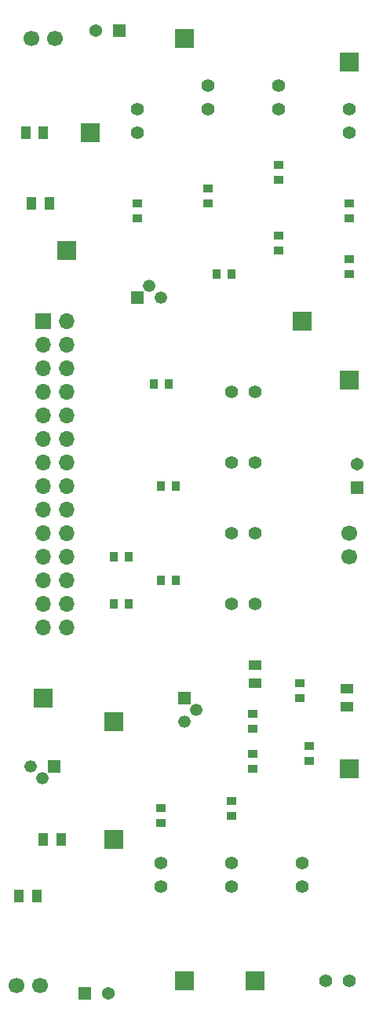
<source format=gbr>
%TF.GenerationSoftware,KiCad,Pcbnew,(7.0.0)*%
%TF.CreationDate,2024-04-19T19:54:10+02:00*%
%TF.ProjectId,IR Sensor Project,49522053-656e-4736-9f72-2050726f6a65,v1*%
%TF.SameCoordinates,Original*%
%TF.FileFunction,Soldermask,Top*%
%TF.FilePolarity,Negative*%
%FSLAX46Y46*%
G04 Gerber Fmt 4.6, Leading zero omitted, Abs format (unit mm)*
G04 Created by KiCad (PCBNEW (7.0.0)) date 2024-04-19 19:54:10*
%MOMM*%
%LPD*%
G01*
G04 APERTURE LIST*
%ADD10R,2.000000X2.000000*%
%ADD11R,1.000000X1.450000*%
%ADD12C,1.400000*%
%ADD13C,1.700000*%
%ADD14R,1.700000X1.700000*%
%ADD15O,1.700000X1.700000*%
%ADD16R,1.450000X1.000000*%
%ADD17R,1.000000X0.900000*%
%ADD18R,0.900000X1.000000*%
%ADD19R,1.365000X1.365000*%
%ADD20C,1.365000*%
%ADD21R,1.333000X1.333000*%
%ADD22C,1.333000*%
G04 APERTURE END LIST*
D10*
%TO.C,TP8*%
X63499999Y-149859999D03*
%TD*%
%TO.C,TP6*%
X68579999Y-78739999D03*
%TD*%
D11*
%TO.C,R24*%
X39889999Y-140699999D03*
X37989999Y-140699999D03*
%TD*%
D12*
%TO.C,JP1*%
X50800000Y-58420000D03*
X50800000Y-55880000D03*
%TD*%
D13*
%TO.C,LED2*%
X73660000Y-101600000D03*
X73660000Y-104140000D03*
%TD*%
D14*
%TO.C,J1*%
X40639999Y-78739999D03*
D15*
X43179999Y-78739999D03*
X40639999Y-81279999D03*
X43179999Y-81279999D03*
X40639999Y-83819999D03*
X43179999Y-83819999D03*
X40639999Y-86359999D03*
X43179999Y-86359999D03*
X40639999Y-88899999D03*
X43179999Y-88899999D03*
X40639999Y-91439999D03*
X43179999Y-91439999D03*
X40639999Y-93979999D03*
X43179999Y-93979999D03*
X40639999Y-96519999D03*
X43179999Y-96519999D03*
X40639999Y-99059999D03*
X43179999Y-99059999D03*
X40639999Y-101599999D03*
X43179999Y-101599999D03*
X40639999Y-104139999D03*
X43179999Y-104139999D03*
X40639999Y-106679999D03*
X43179999Y-106679999D03*
X40639999Y-109219999D03*
X43179999Y-109219999D03*
X40639999Y-111759999D03*
X43179999Y-111759999D03*
%TD*%
D16*
%TO.C,R21*%
X63499999Y-115889999D03*
X63499999Y-117789999D03*
%TD*%
D11*
%TO.C,R2*%
X38739999Y-58419999D03*
X40639999Y-58419999D03*
%TD*%
D10*
%TO.C,TP9*%
X48259999Y-121919999D03*
%TD*%
D17*
%TO.C,R7*%
X73659999Y-67639999D03*
X73659999Y-66039999D03*
%TD*%
D12*
%TO.C,JP9*%
X53340000Y-139700000D03*
X53340000Y-137160000D03*
%TD*%
%TO.C,JP8*%
X60960000Y-109220000D03*
X63500000Y-109220000D03*
%TD*%
%TO.C,JP7*%
X60960000Y-101600000D03*
X63500000Y-101600000D03*
%TD*%
D18*
%TO.C,R11*%
X53339999Y-96519999D03*
X54939999Y-96519999D03*
%TD*%
D11*
%TO.C,R1*%
X39379999Y-66039999D03*
X41279999Y-66039999D03*
%TD*%
D10*
%TO.C,TP4*%
X43179999Y-71119999D03*
%TD*%
D18*
%TO.C,R14*%
X48259999Y-109219999D03*
X49859999Y-109219999D03*
%TD*%
D10*
%TO.C,TP7*%
X73659999Y-85089999D03*
%TD*%
D12*
%TO.C,JP3*%
X66040000Y-55880000D03*
X66040000Y-53340000D03*
%TD*%
D10*
%TO.C,TP1*%
X55879999Y-48259999D03*
%TD*%
D12*
%TO.C,JP10*%
X60960000Y-139700000D03*
X60960000Y-137160000D03*
%TD*%
D19*
%TO.C,D2*%
X74499999Y-96719999D03*
D20*
X74500000Y-94180000D03*
%TD*%
D19*
%TO.C,D1*%
X48779999Y-47429999D03*
D20*
X46240000Y-47430000D03*
%TD*%
D18*
%TO.C,R13*%
X53339999Y-106679999D03*
X54939999Y-106679999D03*
%TD*%
D12*
%TO.C,JP4*%
X73660000Y-58420000D03*
X73660000Y-55880000D03*
%TD*%
D11*
%TO.C,R23*%
X42539999Y-134619999D03*
X40639999Y-134619999D03*
%TD*%
D12*
%TO.C,JP2*%
X58420000Y-55880000D03*
X58420000Y-53340000D03*
%TD*%
D17*
%TO.C,R16*%
X60959999Y-130479999D03*
X60959999Y-132079999D03*
%TD*%
D12*
%TO.C,JP6*%
X60960000Y-93980000D03*
X63500000Y-93980000D03*
%TD*%
D17*
%TO.C,R3*%
X50799999Y-67639999D03*
X50799999Y-66039999D03*
%TD*%
D18*
%TO.C,R12*%
X48259999Y-104139999D03*
X49859999Y-104139999D03*
%TD*%
%TO.C,R9*%
X59359999Y-73659999D03*
X60959999Y-73659999D03*
%TD*%
D16*
%TO.C,R22*%
X73409999Y-118429999D03*
X73409999Y-120329999D03*
%TD*%
D21*
%TO.C,Q3*%
X41799999Y-126729999D03*
D22*
X40530000Y-128000000D03*
X39260000Y-126730000D03*
%TD*%
D17*
%TO.C,R6*%
X66039999Y-71119999D03*
X66039999Y-69519999D03*
%TD*%
D18*
%TO.C,R10*%
X52539999Y-85559999D03*
X54139999Y-85559999D03*
%TD*%
D19*
%TO.C,D3*%
X45129999Y-151229999D03*
D20*
X47670000Y-151230000D03*
%TD*%
D21*
%TO.C,Q1*%
X50799999Y-76199999D03*
D22*
X52070000Y-74930000D03*
X53340000Y-76200000D03*
%TD*%
D17*
%TO.C,R5*%
X66039999Y-63499999D03*
X66039999Y-61899999D03*
%TD*%
D10*
%TO.C,TP5*%
X55879999Y-149859999D03*
%TD*%
D17*
%TO.C,R15*%
X53339999Y-131279999D03*
X53339999Y-132879999D03*
%TD*%
D13*
%TO.C,LED1*%
X39370000Y-48260000D03*
X41910000Y-48260000D03*
%TD*%
D17*
%TO.C,R17*%
X63249999Y-126999999D03*
X63249999Y-125399999D03*
%TD*%
%TO.C,R19*%
X69269999Y-126199999D03*
X69269999Y-124599999D03*
%TD*%
%TO.C,R8*%
X73659999Y-73659999D03*
X73659999Y-72059999D03*
%TD*%
%TO.C,R4*%
X58419999Y-66039999D03*
X58419999Y-64439999D03*
%TD*%
%TO.C,R18*%
X63249999Y-121119999D03*
X63249999Y-122719999D03*
%TD*%
D10*
%TO.C,TP12*%
X40639999Y-119379999D03*
%TD*%
D12*
%TO.C,JP11*%
X68580000Y-139700000D03*
X68580000Y-137160000D03*
%TD*%
D17*
%TO.C,R20*%
X68329999Y-117779999D03*
X68329999Y-119379999D03*
%TD*%
D10*
%TO.C,TP10*%
X73659999Y-126999999D03*
%TD*%
D21*
%TO.C,Q2*%
X55879999Y-119379999D03*
D22*
X57150000Y-120650000D03*
X55880000Y-121920000D03*
%TD*%
D10*
%TO.C,TP3*%
X45719999Y-58419999D03*
%TD*%
%TO.C,TP2*%
X73659999Y-50799999D03*
%TD*%
D12*
%TO.C,JP5*%
X60960000Y-86360000D03*
X63500000Y-86360000D03*
%TD*%
D10*
%TO.C,TP11*%
X48259999Y-134619999D03*
%TD*%
D13*
%TO.C,LED3*%
X40300000Y-150420000D03*
X37760000Y-150420000D03*
%TD*%
D12*
%TO.C,JP12*%
X71120000Y-149860000D03*
X73660000Y-149860000D03*
%TD*%
M02*

</source>
